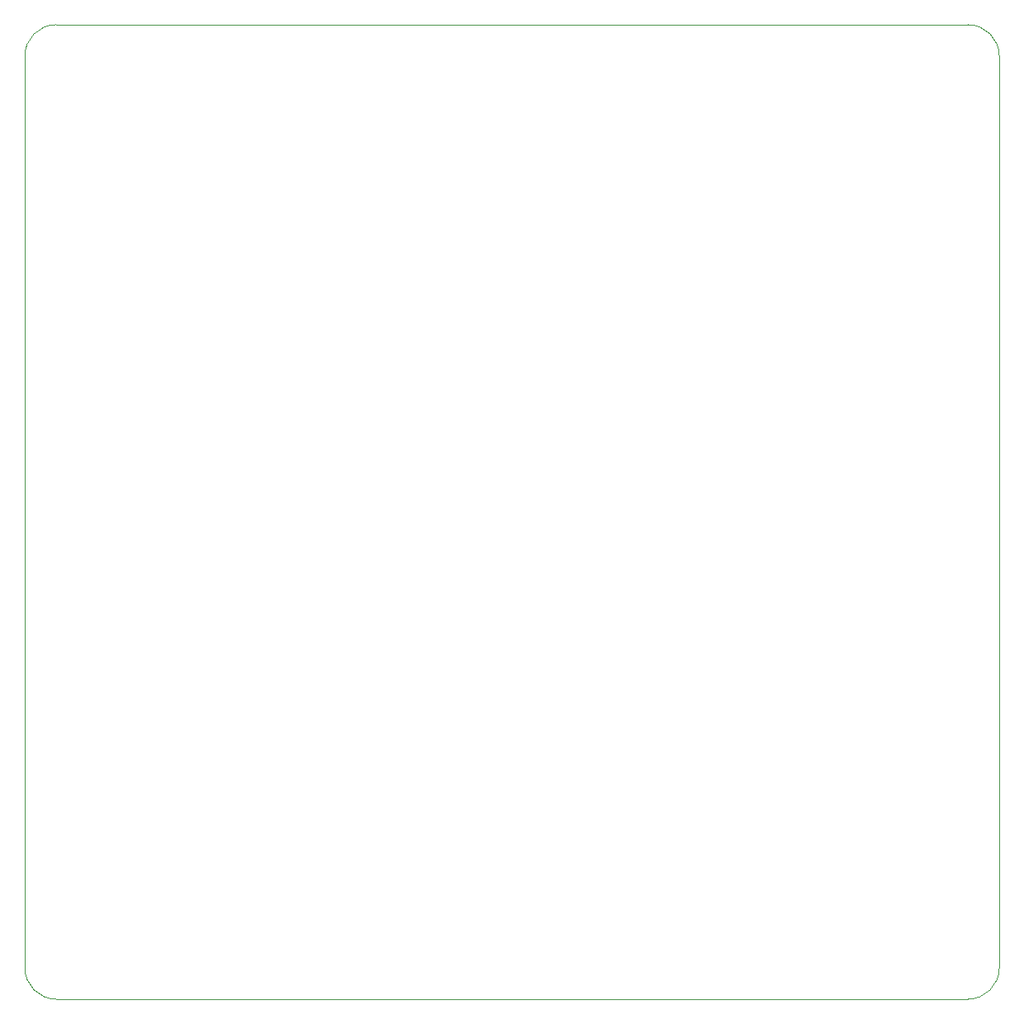
<source format=gbr>
%TF.GenerationSoftware,KiCad,Pcbnew,(7.0.0)*%
%TF.CreationDate,2023-04-24T11:20:32+02:00*%
%TF.ProjectId,Weatherstation_ESP32S3_Backplane,57656174-6865-4727-9374-6174696f6e5f,rev?*%
%TF.SameCoordinates,Original*%
%TF.FileFunction,Profile,NP*%
%FSLAX46Y46*%
G04 Gerber Fmt 4.6, Leading zero omitted, Abs format (unit mm)*
G04 Created by KiCad (PCBNEW (7.0.0)) date 2023-04-24 11:20:32*
%MOMM*%
%LPD*%
G01*
G04 APERTURE LIST*
%TA.AperFunction,Profile*%
%ADD10C,0.100000*%
%TD*%
G04 APERTURE END LIST*
D10*
X132520000Y-129400000D02*
X132520000Y-35900000D01*
X132520000Y-129400000D02*
G75*
G03*
X135720000Y-132600000I3200000J0D01*
G01*
X135720000Y-32700000D02*
X229220000Y-32700000D01*
X232420000Y-35900000D02*
G75*
G03*
X229220000Y-32700000I-3200000J0D01*
G01*
X229220000Y-132600000D02*
G75*
G03*
X232420000Y-129400000I0J3200000D01*
G01*
X229220000Y-132600000D02*
X135720000Y-132600000D01*
X135720000Y-32700000D02*
G75*
G03*
X132520000Y-35900000I0J-3200000D01*
G01*
X232420000Y-35900000D02*
X232420000Y-129400000D01*
M02*

</source>
